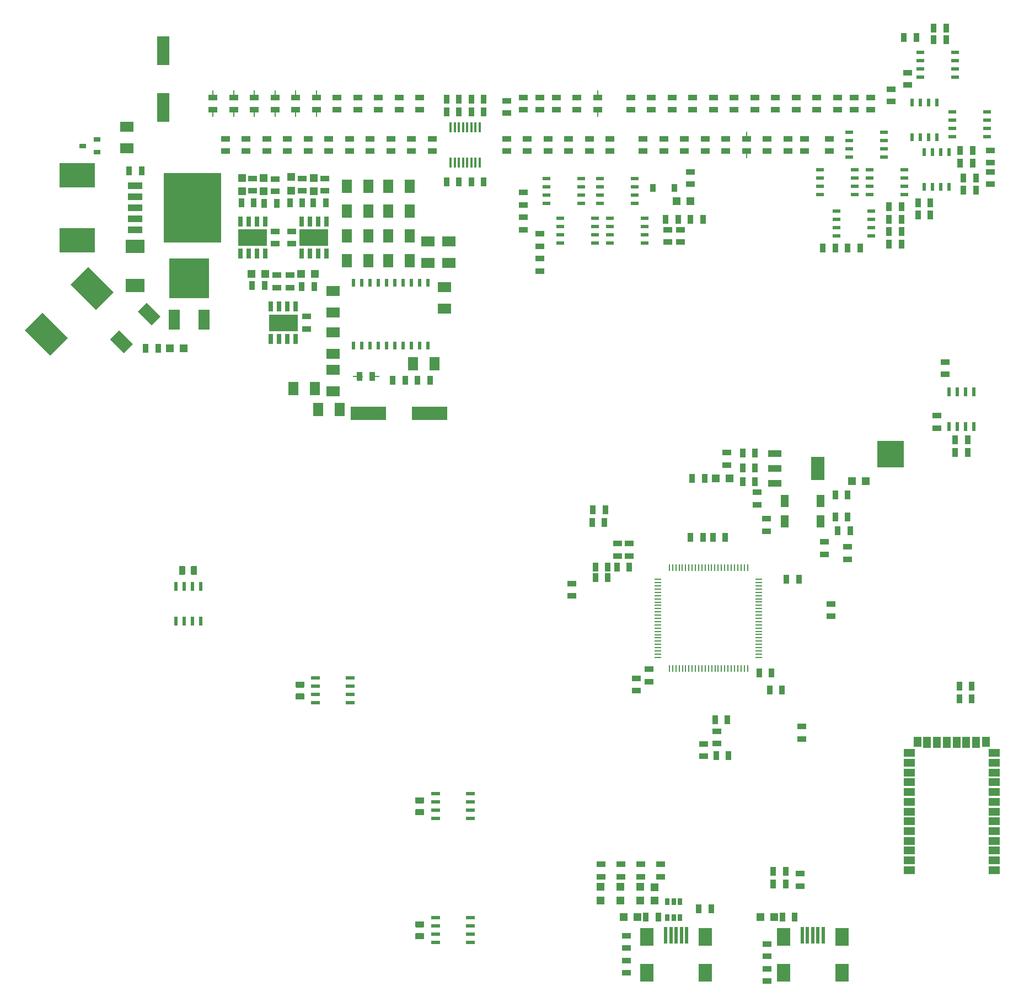
<source format=gtp>
G04 (created by PCBNEW (2013-07-07 BZR 4022)-stable) date 7/10/2014 10:27:13 PM*
%MOIN*%
G04 Gerber Fmt 3.4, Leading zero omitted, Abs format*
%FSLAX34Y34*%
G01*
G70*
G90*
G04 APERTURE LIST*
%ADD10C,0.00393701*%
%ADD11R,0.04X0.01*%
%ADD12R,0.01X0.04*%
%ADD13R,0.0177X0.059*%
%ADD14R,0.055X0.035*%
%ADD15R,0.008X0.06*%
%ADD16R,0.035X0.055*%
%ADD17R,0.0472X0.0472*%
%ADD18R,0.08X0.144*%
%ADD19R,0.08X0.04*%
%ADD20R,0.0275591X0.0393701*%
%ADD21R,0.16X0.16*%
%ADD22R,0.1181X0.0787*%
%ADD23R,0.2165X0.1516*%
%ADD24R,0.09X0.042*%
%ADD25R,0.35X0.42*%
%ADD26R,0.065X0.12*%
%ADD27R,0.24X0.24*%
%ADD28R,0.0748X0.1732*%
%ADD29R,0.08X0.06*%
%ADD30R,0.0394X0.0315*%
%ADD31R,0.06X0.08*%
%ADD32R,0.2165X0.0787*%
%ADD33R,0.02X0.05*%
%ADD34R,0.045X0.02*%
%ADD35R,0.02X0.045*%
%ADD36R,0.038X0.05*%
%ADD37R,0.0236X0.0551*%
%ADD38R,0.175X0.1*%
%ADD39R,0.03X0.06*%
%ADD40R,0.02X0.1*%
%ADD41R,0.0787402X0.11*%
%ADD42R,0.0669X0.0472*%
%ADD43R,0.0472X0.0629*%
%ADD44R,0.0472X0.0669*%
%ADD45R,0.06X0.008*%
%ADD46R,0.0551X0.0236*%
%ADD47R,0.045X0.025*%
%ADD48R,0.025X0.045*%
%ADD49R,0.0511811X0.0748031*%
G04 APERTURE END LIST*
G54D10*
G54D11*
X87750Y-54274D03*
X87750Y-58994D03*
X87750Y-58794D03*
X87750Y-58604D03*
X87750Y-58404D03*
X87750Y-58204D03*
X87750Y-58014D03*
X87750Y-57814D03*
X87750Y-57614D03*
X87750Y-57424D03*
X87750Y-57224D03*
X87750Y-57024D03*
X87750Y-56824D03*
X87750Y-56634D03*
X87750Y-56434D03*
X87750Y-56234D03*
X87750Y-56044D03*
X87750Y-55844D03*
X87750Y-55644D03*
X87750Y-55454D03*
X87750Y-55254D03*
X87750Y-55054D03*
X87750Y-54864D03*
X87750Y-54664D03*
X87750Y-54464D03*
G54D12*
X87060Y-59684D03*
X82340Y-59684D03*
X82540Y-59684D03*
X82730Y-59684D03*
X82930Y-59684D03*
X83130Y-59684D03*
X83320Y-59684D03*
X83520Y-59684D03*
X83720Y-59684D03*
X83910Y-59684D03*
X84110Y-59684D03*
X84310Y-59684D03*
X84510Y-59684D03*
X84700Y-59684D03*
X84900Y-59684D03*
X85100Y-59684D03*
X85290Y-59684D03*
X85490Y-59684D03*
X85690Y-59684D03*
X85880Y-59684D03*
X86080Y-59684D03*
X86280Y-59684D03*
X86470Y-59684D03*
X86670Y-59684D03*
X86870Y-59684D03*
X87060Y-53584D03*
X86860Y-53584D03*
X86670Y-53584D03*
X86470Y-53584D03*
X86270Y-53584D03*
X86080Y-53584D03*
X85880Y-53584D03*
X85680Y-53584D03*
X85490Y-53584D03*
X85290Y-53584D03*
X85090Y-53584D03*
X84890Y-53584D03*
X84700Y-53584D03*
X84500Y-53584D03*
X84300Y-53584D03*
X84110Y-53584D03*
X83910Y-53584D03*
X83710Y-53584D03*
X83520Y-53584D03*
X83320Y-53584D03*
X83120Y-53584D03*
X82930Y-53584D03*
X82730Y-53584D03*
X82530Y-53584D03*
X82340Y-53584D03*
G54D11*
X81650Y-54274D03*
X81650Y-54474D03*
X81650Y-54664D03*
X81650Y-54864D03*
X81650Y-55064D03*
X81650Y-55254D03*
X81650Y-55454D03*
X81650Y-55654D03*
X81650Y-55844D03*
X81650Y-56044D03*
X81650Y-56244D03*
X81650Y-56444D03*
X81650Y-56634D03*
X81650Y-56834D03*
X81650Y-57034D03*
X81650Y-57224D03*
X81650Y-57424D03*
X81650Y-57624D03*
X81650Y-57814D03*
X81650Y-58014D03*
X81650Y-58214D03*
X81650Y-58404D03*
X81650Y-58604D03*
X81650Y-58804D03*
X81650Y-58994D03*
G54D13*
X69125Y-29059D03*
X69375Y-29059D03*
X69625Y-29059D03*
X69875Y-29059D03*
X70125Y-29059D03*
X70375Y-29059D03*
X70625Y-29059D03*
X70875Y-29059D03*
X70875Y-26941D03*
X70625Y-26941D03*
X70375Y-26941D03*
X70125Y-26941D03*
X69875Y-26941D03*
X69625Y-26941D03*
X69375Y-26941D03*
X69125Y-26941D03*
G54D14*
X78000Y-25875D03*
X78000Y-25125D03*
G54D15*
X78000Y-25000D03*
X78000Y-26000D03*
G54D14*
X61000Y-25875D03*
X61000Y-25125D03*
G54D15*
X61000Y-25000D03*
X61000Y-26000D03*
G54D14*
X59750Y-25875D03*
X59750Y-25125D03*
G54D15*
X59750Y-25000D03*
X59750Y-26000D03*
G54D14*
X58500Y-25875D03*
X58500Y-25125D03*
G54D15*
X58500Y-25000D03*
X58500Y-26000D03*
G54D14*
X57250Y-25875D03*
X57250Y-25125D03*
G54D15*
X57250Y-25000D03*
X57250Y-26000D03*
G54D14*
X54750Y-25875D03*
X54750Y-25125D03*
G54D15*
X54750Y-26000D03*
X54750Y-25000D03*
G54D14*
X56000Y-25875D03*
X56000Y-25125D03*
G54D15*
X56000Y-26000D03*
X56000Y-25000D03*
G54D14*
X87000Y-28375D03*
X87000Y-27625D03*
G54D15*
X87000Y-28500D03*
X87000Y-27500D03*
G54D14*
X75500Y-25875D03*
X75500Y-25125D03*
X77500Y-28375D03*
X77500Y-27625D03*
X76750Y-25875D03*
X76750Y-25125D03*
X78750Y-28375D03*
X78750Y-27625D03*
X80750Y-28375D03*
X80750Y-27625D03*
X80000Y-25875D03*
X80000Y-25125D03*
X82000Y-28375D03*
X82000Y-27625D03*
X81250Y-25875D03*
X81250Y-25125D03*
X83250Y-28375D03*
X83250Y-27625D03*
X82500Y-25875D03*
X82500Y-25125D03*
X84500Y-28375D03*
X84500Y-27625D03*
X83750Y-25875D03*
X83750Y-25125D03*
X85750Y-28375D03*
X85750Y-27625D03*
X85000Y-25875D03*
X85000Y-25125D03*
X76250Y-28375D03*
X76250Y-27625D03*
X86250Y-25875D03*
X86250Y-25125D03*
X88250Y-28375D03*
X88250Y-27625D03*
X87500Y-25875D03*
X87500Y-25125D03*
X89500Y-28375D03*
X89500Y-27625D03*
X88750Y-25875D03*
X88750Y-25125D03*
X90500Y-28375D03*
X90500Y-27625D03*
X90000Y-25875D03*
X90000Y-25125D03*
X92000Y-28375D03*
X92000Y-27625D03*
X91250Y-25875D03*
X91250Y-25125D03*
X93500Y-25875D03*
X93500Y-25125D03*
X92500Y-25875D03*
X92500Y-25125D03*
X95750Y-25375D03*
X95750Y-24625D03*
X94500Y-25875D03*
X94500Y-25125D03*
X96750Y-24375D03*
X96750Y-23625D03*
G54D16*
X97275Y-21500D03*
X96525Y-21500D03*
G54D14*
X65500Y-28375D03*
X65500Y-27625D03*
X56750Y-28375D03*
X56750Y-27625D03*
X58000Y-28375D03*
X58000Y-27625D03*
X59250Y-28375D03*
X59250Y-27625D03*
X60500Y-28375D03*
X60500Y-27625D03*
X61750Y-28375D03*
X61750Y-27625D03*
X63000Y-28375D03*
X63000Y-27625D03*
X62250Y-25875D03*
X62250Y-25125D03*
X64250Y-28375D03*
X64250Y-27625D03*
X63500Y-25875D03*
X63500Y-25125D03*
X55500Y-28375D03*
X55500Y-27625D03*
X64750Y-25875D03*
X64750Y-25125D03*
X66750Y-28375D03*
X66750Y-27625D03*
X66000Y-25875D03*
X66000Y-25125D03*
X68000Y-28375D03*
X68000Y-27625D03*
X67250Y-25875D03*
X67250Y-25125D03*
X72500Y-28375D03*
X72500Y-27625D03*
X72500Y-26075D03*
X72500Y-25325D03*
X90350Y-63934D03*
X90350Y-63184D03*
G54D16*
X84975Y-51734D03*
X85725Y-51734D03*
X84375Y-51734D03*
X83625Y-51734D03*
G54D14*
X84425Y-64984D03*
X84425Y-64234D03*
G54D16*
X77875Y-53534D03*
X78625Y-53534D03*
X77875Y-54184D03*
X78625Y-54184D03*
G54D14*
X79200Y-52109D03*
X79200Y-52859D03*
X79900Y-52109D03*
X79900Y-52859D03*
X87650Y-49759D03*
X87650Y-49009D03*
G54D16*
X78475Y-50084D03*
X77725Y-50084D03*
X83725Y-48184D03*
X84475Y-48184D03*
G54D14*
X81100Y-60459D03*
X81100Y-59709D03*
G54D16*
X88525Y-59934D03*
X87775Y-59934D03*
X90175Y-54284D03*
X89425Y-54284D03*
G54D14*
X80350Y-60259D03*
X80350Y-61009D03*
X93100Y-53059D03*
X93100Y-52309D03*
G54D16*
X88400Y-60959D03*
X89150Y-60959D03*
X86775Y-48384D03*
X87525Y-48384D03*
X87525Y-47534D03*
X86775Y-47534D03*
G54D17*
X85137Y-48184D03*
X85963Y-48184D03*
G54D16*
X78425Y-50834D03*
X77675Y-50834D03*
X85100Y-62759D03*
X85850Y-62759D03*
G54D14*
X85200Y-64209D03*
X85200Y-63459D03*
G54D16*
X85175Y-64934D03*
X85925Y-64934D03*
G54D14*
X92125Y-55759D03*
X92125Y-56509D03*
X76450Y-54525D03*
X76450Y-55275D03*
X78200Y-72259D03*
X78200Y-71509D03*
X79400Y-72259D03*
X79400Y-71509D03*
X80600Y-72259D03*
X80600Y-71509D03*
X81800Y-72259D03*
X81800Y-71509D03*
G54D16*
X79925Y-53534D03*
X79175Y-53534D03*
G54D14*
X85800Y-47359D03*
X85800Y-46609D03*
G54D16*
X80925Y-74700D03*
X81675Y-74700D03*
X93125Y-49184D03*
X92375Y-49184D03*
G54D18*
X91300Y-47584D03*
G54D19*
X88700Y-47584D03*
X88700Y-48484D03*
X88700Y-46684D03*
G54D14*
X79750Y-76575D03*
X79750Y-75825D03*
X79750Y-77325D03*
X79750Y-78075D03*
X91700Y-52759D03*
X91700Y-52009D03*
X88200Y-51359D03*
X88200Y-50609D03*
G54D20*
X82974Y-73777D03*
X82600Y-73777D03*
X82225Y-73777D03*
X82225Y-74722D03*
X82600Y-74722D03*
X82974Y-74722D03*
G54D21*
X95710Y-46704D03*
G54D17*
X80590Y-72871D03*
X80590Y-73697D03*
X78190Y-72871D03*
X78190Y-73697D03*
X79390Y-72871D03*
X79390Y-73697D03*
X81450Y-72887D03*
X81450Y-73713D03*
X80413Y-74700D03*
X79587Y-74700D03*
X93377Y-48324D03*
X94203Y-48324D03*
G54D16*
X84125Y-74200D03*
X84875Y-74200D03*
X86775Y-46624D03*
X87525Y-46624D03*
X92515Y-51324D03*
X93265Y-51324D03*
X92375Y-50504D03*
X93125Y-50504D03*
X69625Y-26000D03*
X68875Y-26000D03*
X71125Y-26000D03*
X70375Y-26000D03*
X69625Y-25250D03*
X68875Y-25250D03*
X71125Y-25250D03*
X70375Y-25250D03*
X68875Y-30250D03*
X69625Y-30250D03*
X70375Y-30250D03*
X71125Y-30250D03*
G54D22*
X50056Y-36491D03*
X50056Y-34129D03*
G54D10*
G36*
X49360Y-40590D02*
X48525Y-39755D01*
X49081Y-39199D01*
X49916Y-40034D01*
X49360Y-40590D01*
X49360Y-40590D01*
G37*
G36*
X51030Y-38920D02*
X50195Y-38085D01*
X50751Y-37529D01*
X51586Y-38364D01*
X51030Y-38920D01*
X51030Y-38920D01*
G37*
G54D23*
X46556Y-29851D03*
X46556Y-33769D03*
G54D10*
G36*
X47211Y-35373D02*
X48742Y-36904D01*
X47670Y-37976D01*
X46139Y-36445D01*
X47211Y-35373D01*
X47211Y-35373D01*
G37*
G36*
X44441Y-38143D02*
X45972Y-39674D01*
X44900Y-40746D01*
X43369Y-39215D01*
X44441Y-38143D01*
X44441Y-38143D01*
G37*
G54D16*
X50681Y-40310D03*
X51431Y-40310D03*
G54D17*
X52143Y-40310D03*
X52969Y-40310D03*
G54D24*
X50056Y-30470D03*
G54D25*
X53506Y-31810D03*
G54D24*
X50056Y-31810D03*
X50056Y-31140D03*
X50056Y-32480D03*
X50056Y-33150D03*
G54D26*
X52406Y-38560D03*
G54D27*
X53306Y-36060D03*
G54D26*
X54206Y-38560D03*
G54D28*
X51750Y-25732D03*
X51750Y-22307D03*
G54D16*
X49681Y-29560D03*
X50431Y-29560D03*
G54D29*
X49556Y-28210D03*
X49556Y-26910D03*
G54D30*
X46873Y-28060D03*
X47739Y-27685D03*
X47739Y-28435D03*
G54D29*
X68750Y-37900D03*
X68750Y-36600D03*
X67750Y-33850D03*
X67750Y-35150D03*
X62000Y-42900D03*
X62000Y-41600D03*
X69000Y-33850D03*
X69000Y-35150D03*
X62000Y-38150D03*
X62000Y-36850D03*
G54D31*
X68150Y-41250D03*
X66850Y-41250D03*
G54D29*
X62000Y-40650D03*
X62000Y-39350D03*
G54D31*
X65350Y-35000D03*
X66650Y-35000D03*
X64150Y-35000D03*
X62850Y-35000D03*
X65350Y-33500D03*
X66650Y-33500D03*
X62850Y-32000D03*
X64150Y-32000D03*
X62850Y-30500D03*
X64150Y-30500D03*
X66650Y-30500D03*
X65350Y-30500D03*
X66650Y-32000D03*
X65350Y-32000D03*
G54D16*
X67875Y-42250D03*
X67125Y-42250D03*
X65625Y-42250D03*
X66375Y-42250D03*
G54D32*
X64150Y-44250D03*
X67850Y-44250D03*
G54D31*
X62400Y-44000D03*
X61100Y-44000D03*
X60900Y-42750D03*
X59600Y-42750D03*
G54D33*
X67750Y-36350D03*
X67250Y-36350D03*
X66750Y-36350D03*
X66250Y-36350D03*
X65750Y-36350D03*
X65250Y-36350D03*
X64750Y-36350D03*
X64250Y-36350D03*
X63750Y-36350D03*
X63250Y-36350D03*
X63250Y-40150D03*
X63750Y-40150D03*
X64250Y-40150D03*
X64750Y-40150D03*
X65250Y-40150D03*
X65750Y-40150D03*
X66250Y-40150D03*
X66750Y-40150D03*
X67250Y-40150D03*
X67750Y-40150D03*
G54D14*
X88250Y-76325D03*
X88250Y-77075D03*
G54D16*
X88625Y-71950D03*
X89375Y-71950D03*
X89375Y-72700D03*
X88625Y-72700D03*
G54D14*
X90250Y-72075D03*
X90250Y-72825D03*
X88250Y-77825D03*
X88250Y-78575D03*
G54D16*
X89925Y-74700D03*
X89175Y-74700D03*
X100625Y-60750D03*
X99875Y-60750D03*
X99875Y-61500D03*
X100625Y-61500D03*
G54D17*
X88663Y-74700D03*
X87837Y-74700D03*
G54D14*
X83000Y-33125D03*
X83000Y-33875D03*
G54D16*
X83625Y-32500D03*
X84375Y-32500D03*
G54D14*
X73500Y-32375D03*
X73500Y-33125D03*
X74500Y-34875D03*
X74500Y-35625D03*
G54D16*
X95625Y-34000D03*
X96375Y-34000D03*
X92375Y-34250D03*
X91625Y-34250D03*
X96375Y-33250D03*
X95625Y-33250D03*
X93875Y-34250D03*
X93125Y-34250D03*
G54D14*
X73500Y-30875D03*
X73500Y-31625D03*
X74500Y-33375D03*
X74500Y-34125D03*
G54D16*
X82125Y-32500D03*
X82875Y-32500D03*
G54D14*
X82250Y-33875D03*
X82250Y-33125D03*
G54D34*
X92450Y-33500D03*
X94550Y-33500D03*
X92450Y-33000D03*
X92450Y-32500D03*
X92450Y-32000D03*
X94550Y-33000D03*
X94550Y-32500D03*
X94550Y-32000D03*
X91450Y-31000D03*
X93550Y-31000D03*
X91450Y-30500D03*
X91450Y-30000D03*
X91450Y-29500D03*
X93550Y-30500D03*
X93550Y-30000D03*
X93550Y-29500D03*
X77000Y-30050D03*
X74900Y-30050D03*
X77000Y-30550D03*
X77000Y-31050D03*
X77000Y-31550D03*
X74900Y-30550D03*
X74900Y-31050D03*
X74900Y-31550D03*
X78150Y-31550D03*
X80250Y-31550D03*
X78150Y-31050D03*
X78150Y-30550D03*
X78150Y-30050D03*
X80250Y-31050D03*
X80250Y-30550D03*
X80250Y-30050D03*
X78750Y-33950D03*
X80850Y-33950D03*
X78750Y-33450D03*
X78750Y-32950D03*
X78750Y-32450D03*
X80850Y-33450D03*
X80850Y-32950D03*
X80850Y-32450D03*
X77850Y-32450D03*
X75750Y-32450D03*
X77850Y-32950D03*
X77850Y-33450D03*
X77850Y-33950D03*
X75750Y-32950D03*
X75750Y-33450D03*
X75750Y-33950D03*
G54D35*
X97000Y-25450D03*
X97000Y-27550D03*
X97500Y-25450D03*
X98000Y-25450D03*
X98500Y-25450D03*
X97500Y-27550D03*
X98000Y-27550D03*
X98500Y-27550D03*
G54D34*
X97500Y-23900D03*
X99600Y-23900D03*
X97500Y-23400D03*
X97500Y-22900D03*
X97500Y-22400D03*
X99600Y-23400D03*
X99600Y-22900D03*
X99600Y-22400D03*
X99450Y-27500D03*
X101550Y-27500D03*
X99450Y-27000D03*
X99450Y-26500D03*
X99450Y-26000D03*
X101550Y-27000D03*
X101550Y-26500D03*
X101550Y-26000D03*
G54D35*
X97750Y-28450D03*
X97750Y-30550D03*
X98250Y-28450D03*
X98750Y-28450D03*
X99250Y-28450D03*
X98250Y-30550D03*
X98750Y-30550D03*
X99250Y-30550D03*
G54D34*
X94450Y-31000D03*
X96550Y-31000D03*
X94450Y-30500D03*
X94450Y-30000D03*
X94450Y-29500D03*
X96550Y-30500D03*
X96550Y-30000D03*
X96550Y-29500D03*
X93200Y-28750D03*
X95300Y-28750D03*
X93200Y-28250D03*
X93200Y-27750D03*
X93200Y-27250D03*
X95300Y-28250D03*
X95300Y-27750D03*
X95300Y-27250D03*
G54D16*
X99075Y-20950D03*
X98325Y-20950D03*
G54D14*
X101750Y-28325D03*
X101750Y-29075D03*
G54D16*
X100675Y-28350D03*
X99925Y-28350D03*
X100875Y-30000D03*
X100125Y-30000D03*
X98125Y-31500D03*
X97375Y-31500D03*
X96375Y-31750D03*
X95625Y-31750D03*
G54D36*
X82640Y-30610D03*
X81350Y-30610D03*
G54D14*
X83600Y-29625D03*
X83600Y-30375D03*
G54D16*
X97375Y-32250D03*
X98125Y-32250D03*
X95625Y-32500D03*
X96375Y-32500D03*
X99925Y-29100D03*
X100675Y-29100D03*
X100125Y-30750D03*
X100875Y-30750D03*
G54D14*
X101750Y-29625D03*
X101750Y-30375D03*
G54D16*
X98325Y-21650D03*
X99075Y-21650D03*
G54D17*
X83613Y-31400D03*
X82787Y-31400D03*
G54D16*
X99625Y-46600D03*
X100375Y-46600D03*
X100375Y-45850D03*
X99625Y-45850D03*
G54D14*
X98500Y-44375D03*
X98500Y-45125D03*
G54D37*
X99250Y-42950D03*
X99250Y-45050D03*
X99750Y-42950D03*
X100250Y-42950D03*
X100750Y-42950D03*
X99750Y-45050D03*
X100250Y-45050D03*
X100750Y-45050D03*
G54D14*
X99000Y-41125D03*
X99000Y-41875D03*
G54D38*
X59000Y-38755D03*
G54D39*
X59750Y-37780D03*
X59250Y-37780D03*
X58750Y-37780D03*
X58250Y-37780D03*
X59750Y-39730D03*
X59250Y-39730D03*
X58750Y-39730D03*
X58250Y-39730D03*
G54D38*
X60850Y-33605D03*
G54D39*
X61600Y-32630D03*
X61100Y-32630D03*
X60600Y-32630D03*
X60100Y-32630D03*
X61600Y-34580D03*
X61100Y-34580D03*
X60600Y-34580D03*
X60100Y-34580D03*
G54D38*
X57150Y-33605D03*
G54D39*
X57900Y-32630D03*
X57400Y-32630D03*
X56900Y-32630D03*
X56400Y-32630D03*
X57900Y-34580D03*
X57400Y-34580D03*
X56900Y-34580D03*
X56400Y-34580D03*
G54D16*
X60875Y-36555D03*
X60125Y-36555D03*
G54D14*
X59400Y-35880D03*
X59400Y-36630D03*
G54D16*
X59400Y-31505D03*
X60150Y-31505D03*
X57850Y-31530D03*
X58600Y-31530D03*
G54D14*
X58500Y-30055D03*
X58500Y-30805D03*
X59500Y-33980D03*
X59500Y-33230D03*
X57150Y-30030D03*
X57150Y-30780D03*
G54D16*
X56475Y-31505D03*
X57225Y-31505D03*
G54D14*
X58600Y-35880D03*
X58600Y-36630D03*
G54D16*
X57125Y-36505D03*
X57875Y-36505D03*
G54D14*
X58500Y-33980D03*
X58500Y-33230D03*
X60150Y-30030D03*
X60150Y-30780D03*
X60400Y-39130D03*
X60400Y-38380D03*
X61500Y-30030D03*
X61500Y-30780D03*
G54D16*
X60825Y-31505D03*
X61575Y-31505D03*
G54D17*
X60913Y-35805D03*
X60087Y-35805D03*
X59475Y-30768D03*
X59475Y-29942D03*
X57825Y-30818D03*
X57825Y-29992D03*
X56500Y-30818D03*
X56500Y-29992D03*
X60850Y-30818D03*
X60850Y-29992D03*
X57087Y-35805D03*
X57913Y-35805D03*
G54D31*
X64150Y-33500D03*
X62850Y-33500D03*
G54D14*
X74500Y-25875D03*
X74500Y-25125D03*
X75000Y-28375D03*
X75000Y-27625D03*
X73500Y-25875D03*
X73500Y-25125D03*
X73750Y-28375D03*
X73750Y-27625D03*
G54D40*
X82120Y-75800D03*
X82435Y-75800D03*
X82750Y-75800D03*
X83064Y-75800D03*
X83379Y-75800D03*
G54D41*
X80978Y-78081D03*
X84521Y-78081D03*
X80978Y-75915D03*
X84521Y-75915D03*
G54D40*
X90370Y-75800D03*
X90685Y-75800D03*
X91000Y-75800D03*
X91314Y-75800D03*
X91629Y-75800D03*
G54D41*
X89228Y-78081D03*
X92771Y-78081D03*
X89228Y-75915D03*
X92771Y-75915D03*
G54D42*
X101959Y-65957D03*
X101959Y-65366D03*
X101959Y-64776D03*
X101959Y-66547D03*
X101959Y-67138D03*
X101959Y-67728D03*
X101959Y-68319D03*
X101959Y-68909D03*
X101959Y-69500D03*
X101959Y-70091D03*
X101959Y-70681D03*
X101959Y-71272D03*
X101959Y-71862D03*
G54D43*
X101467Y-64108D03*
G54D44*
X100875Y-64126D03*
X100285Y-64126D03*
X99695Y-64126D03*
X99105Y-64126D03*
X98515Y-64126D03*
X97925Y-64126D03*
G54D43*
X97335Y-64107D03*
G54D42*
X96841Y-64776D03*
X96841Y-65366D03*
X96841Y-65958D03*
X96841Y-66547D03*
X96841Y-67138D03*
X96841Y-67728D03*
X96841Y-68319D03*
X96841Y-68909D03*
X96841Y-69500D03*
X96841Y-70091D03*
X96841Y-70681D03*
X96841Y-71272D03*
X96841Y-71862D03*
G54D45*
X64500Y-42000D03*
G54D16*
X63625Y-42000D03*
X64375Y-42000D03*
G54D45*
X63500Y-42000D03*
G54D46*
X70300Y-74750D03*
X68200Y-74750D03*
X70300Y-75250D03*
X70300Y-75750D03*
X70300Y-76250D03*
X68200Y-75250D03*
X68200Y-75750D03*
X68200Y-76250D03*
G54D14*
X67250Y-75125D03*
X67250Y-75875D03*
G54D47*
X67250Y-75200D03*
X67250Y-75800D03*
G54D46*
X70300Y-67250D03*
X68200Y-67250D03*
X70300Y-67750D03*
X70300Y-68250D03*
X70300Y-68750D03*
X68200Y-67750D03*
X68200Y-68250D03*
X68200Y-68750D03*
G54D14*
X67250Y-67625D03*
X67250Y-68375D03*
G54D47*
X67250Y-67700D03*
X67250Y-68300D03*
G54D46*
X63050Y-60250D03*
X60950Y-60250D03*
X63050Y-60750D03*
X63050Y-61250D03*
X63050Y-61750D03*
X60950Y-60750D03*
X60950Y-61250D03*
X60950Y-61750D03*
G54D14*
X60000Y-60625D03*
X60000Y-61375D03*
G54D47*
X60000Y-60700D03*
X60000Y-61300D03*
G54D37*
X54000Y-56800D03*
X54000Y-54700D03*
X53500Y-56800D03*
X53000Y-56800D03*
X52500Y-56800D03*
X53500Y-54700D03*
X53000Y-54700D03*
X52500Y-54700D03*
G54D16*
X53625Y-53750D03*
X52875Y-53750D03*
G54D48*
X53550Y-53750D03*
X52950Y-53750D03*
G54D49*
X89317Y-50779D03*
X91482Y-50779D03*
X91482Y-49520D03*
X89317Y-49520D03*
M02*

</source>
